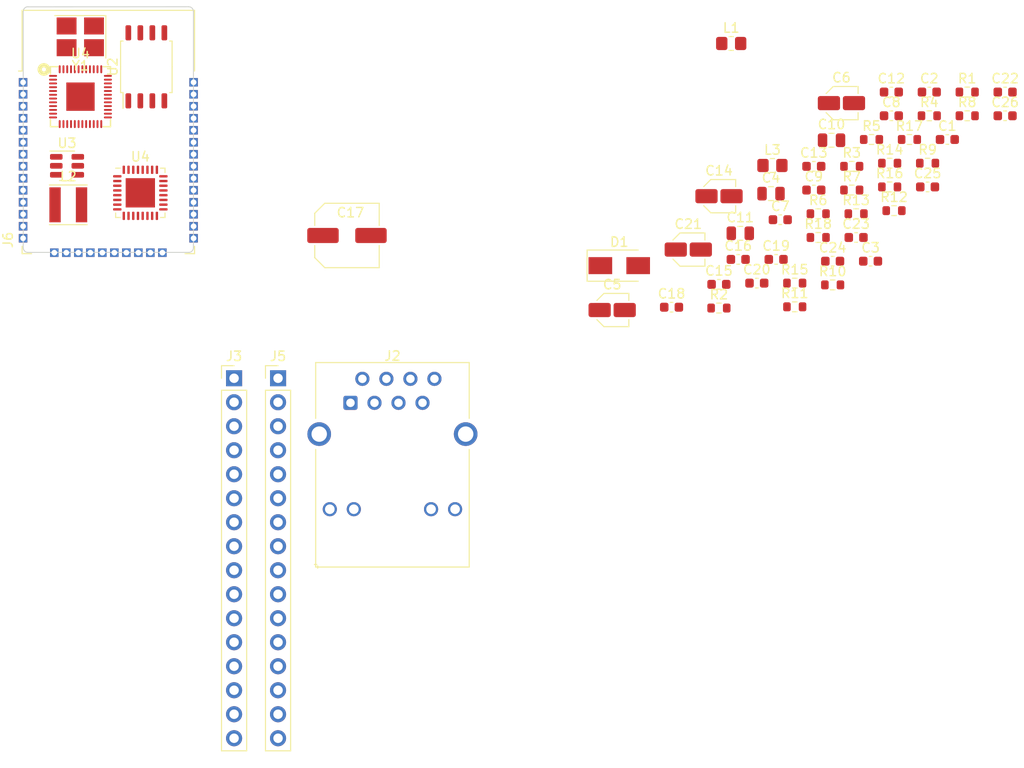
<source format=kicad_pcb>
(kicad_pcb (version 20211014) (generator pcbnew)
  (layers (0 "F.Cu" signal) (31 "B.Cu" signal) (34 "B.Paste" user) (35 "F.Paste" user) (36 "B.SilkS" user "B.Silkscreen") (37 "F.SilkS" user "F.Silkscreen") (38 "B.Mask" user) (39 "F.Mask" user) (44 "Edge.Cuts" user))
  (net 0 "")
  (net 1 "/MDI0_CT")
  (net 2 "/3V3")
  (net 3 "GND")
  (net 5 "/EN")
  (net 6 "/ETH_MDC")
  (net 8 "/S_VP")
  (net 9 "/S_VN")
  (net 10 "/IO34")
  (net 11 "/CAP1")
  (net 12 "/SDD3")
  (net 13 "/ETH_TXD1")
  (net 14 "/IO35")
  (net 15 "/IO32")
  (net 16 "/ETH_CRS_DV")
  (net 17 "/ETH_RXD1")
  (net 18 "/ETH_RXD0")
  (net 19 "+3V3")
  (net 20 "/IO33")
  (net 21 "/XTAL_P")
  (net 22 "/U0RXD")
  (net 23 "/XTAL_N")
  (net 24 "/SDD0")
  (net 25 "/VDD3P3")
  (net 27 "Net-(C15-Pad2)")
  (net 28 "/ETH_TXEN")
  (net 29 "/SDD1")
  (net 30 "Net-(R4-Pad2)")
  (net 31 "/ETH_TXD0")
  (net 32 "/ETH_MDIO")
  (net 33 "/SDD2")
  (net 34 "/SDCK")
  (net 35 "/BOOT")
  (net 36 "/ETH_CLK")
  (net 37 "/IO14")
  (net 38 "/VDD_SDIO")
  (net 39 "/IO12")
  (net 40 "/SDCS")
  (net 41 "/IO13")
  (net 42 "/ETH_CT1")
  (net 43 "/ETH_CT0")
  (net 44 "VDD")
  (net 45 "Net-(C20-Pad1)")
  (net 46 "Net-(C20-Pad2)")
  (net 47 "/AVDD10")
  (net 48 "/DVDD10")
  (net 49 "/U0TXD")
  (net 50 "Net-(R6-Pad2)")
  (net 51 "/RSET")
  (net 52 "/RXDV")
  (net 53 "/ETH_RST")
  (net 54 "/RTL_LED1")
  (net 55 "/RTL_LED0")
  (net 56 "/MDI0_P")
  (net 57 "/MDI0_N")
  (net 58 "/ETH_LED0")
  (net 59 "/ETH_LED1")
  (net 60 "/MDI1_P")
  (net 61 "/MDI1_N")
  (net 62 "/IO15")
  (net 63 "/IO2")
  (net 64 "/IO4")
  (net 65 "/IO16")
  (net 66 "/IO5")
  (net 67 "/VIN")
  (net 87 "/POE_V1P")
  (net 88 "/POE_V1N")
  (net 89 "/POE_V2P")
  (net 90 "/POE_V2N")
  (net 91 "/ETH_MDI0_P")
  (net 92 "/ETH_MDI0_N")
  (net 93 "/ETH_MDI1_P")
  (net 94 "/ETH_MDI1_N")
  (net 95 "/~{RESET}")
  (net 99 "/SD_DAT2")
  (net 100 "/SD_DAT3")
  (net 101 "/SD_CMD")
  (net 102 "/SD_CLK")
  (net 103 "/SD_DAT0")
  (net 104 "/SD_DAT1")
  (footprint "Resistor_SMD:R_0603_1608Metric" (layer "F.Cu") (at 111.64 33.06)
    (fp_text reference "R14" (at 0 -1.43) (layer "F.SilkS"))
    (fp_text value "49.9R 1%")
    (pad "1" smd roundrect (at -0.825 0) (size 0.8 0.95) (layers "F.Cu" "F.Paste" "F.Mask") (net 1 "/MDI0_CT"))
    (pad "2" smd roundrect (at 0.825 0) (size 0.8 0.95) (layers "F.Cu" "F.Paste" "F.Mask") (net 57 "/MDI0_N"))
  )
  (footprint "Capacitor_SMD:C_Elec_6.3x5.4" (layer "F.Cu") (at 54.24 40.71)
    (fp_text reference "C17" (at 0.37 -2.425) (layer "F.SilkS"))
    (fp_text value "22u")
    (pad "1" smd roundrect (at -2.5375 0) (size 3.325 1.6) (layers "F.Cu" "F.Paste" "F.Mask") (roundrect_rratio 0.15625) (net 44 "VDD"))
    (pad "2" smd roundrect (at 2.5375 0) (size 3.325 1.6) (layers "F.Cu" "F.Paste" "F.Mask") (roundrect_rratio 0.15625) (net 3 "GND"))
  )
  (footprint "Capacitor_SMD:C_0603_1608Metric" (layer "F.Cu") (at 115.83 25.53)
    (fp_text reference "C2" (at 0 -1.43) (layer "F.SilkS"))
    (fp_text value "100n")
    (pad "1" smd roundrect (at -0.775 0) (size 0.9 0.95) (layers "F.Cu" "F.Paste" "F.Mask") (net 3 "GND"))
    (pad "2" smd roundrect (at 0.775 0) (size 0.9 0.95) (layers "F.Cu" "F.Paste" "F.Mask") (net 19 "+3V3"))
  )
  (footprint "Inductor_SMD:L_Taiyo-Yuden_NR-40xx" (layer "F.Cu") (at 24.765 37.465)
    (fp_text reference "L2" (at 0 -3) (layer "F.SilkS"))
    (fp_text value "10uH 1A")
    (pad "1" smd rect (at -1.4 0) (size 1.2 3.7) (layers "F.Cu" "F.Paste" "F.Mask") (net 46 "Net-(C20-Pad2)"))
    (pad "2" smd rect (at 1.4 0) (size 1.2 3.7) (layers "F.Cu" "F.Paste" "F.Mask") (net 19 "+3V3"))
  )
  (footprint "Resistor_SMD:R_0603_1608Metric" (layer "F.Cu") (at 119.84 28.04)
    (fp_text reference "R8" (at 0 -1.43) (layer "F.SilkS"))
    (fp_text value "2.49k 1%")
    (pad "1" smd roundrect (at -0.825 0) (size 0.8 0.95) (layers "F.Cu" "F.Paste" "F.Mask") (net 3 "GND"))
    (pad "2" smd roundrect (at 0.825 0) (size 0.8 0.95) (layers "F.Cu" "F.Paste" "F.Mask") (net 51 "/RSET"))
  )
  (footprint "Resistor_SMD:R_0603_1608Metric" (layer "F.Cu") (at 113.73 30.55)
    (fp_text reference "R17" (at 0 -1.43) (layer "F.SilkS"))
    (fp_text value "49.9R 1%")
    (pad "1" smd roundrect (at -0.825 0) (size 0.8 0.95) (layers "F.Cu" "F.Paste" "F.Mask") (net 1 "/MDI0_CT"))
    (pad "2" smd roundrect (at 0.825 0) (size 0.8 0.95) (layers "F.Cu" "F.Paste" "F.Mask") (net 60 "/MDI1_P"))
  )
  (footprint "Capacitor_SMD:C_Elec_3x5.4" (layer "F.Cu") (at 106.54 26.7)
    (fp_text reference "C6" (at 0 -2.7) (layer "F.SilkS"))
    (fp_text value "10u")
    (pad "1" smd roundrect (at -1.325 0) (size 2.35 1.5) (layers "F.Cu" "F.Paste" "F.Mask") (roundrect_rratio 0.166667) (net 3 "GND"))
    (pad "2" smd roundrect (at 1.325 0) (size 2.35 1.5) (layers "F.Cu" "F.Paste" "F.Mask") (roundrect_rratio 0.166667) (net 19 "+3V3"))
  )
  (footprint "Capacitor_SMD:C_0603_1608Metric" (layer "F.Cu") (at 123.85 25.53)
    (fp_text reference "C22" (at 0 -1.43) (layer "F.SilkS"))
    (fp_text value "100n")
    (pad "1" smd roundrect (at -0.775 0) (size 0.9 0.95) (layers "F.Cu" "F.Paste" "F.Mask") (net 47 "/AVDD10"))
    (pad "2" smd roundrect (at 0.775 0) (size 0.9 0.95) (layers "F.Cu" "F.Paste" "F.Mask") (net 3 "GND"))
  )
  (footprint "Capacitor_SMD:C_0603_1608Metric" (layer "F.Cu") (at 100.07 39.04)
    (fp_text reference "C7" (at 0 -1.43) (layer "F.SilkS"))
    (fp_text value "100n")
    (pad "1" smd roundrect (at -0.775 0) (size 0.9 0.95) (layers "F.Cu" "F.Paste" "F.Mask") (net 3 "GND"))
    (pad "2" smd roundrect (at 0.775 0) (size 0.9 0.95) (layers "F.Cu" "F.Paste" "F.Mask") (net 19 "+3V3"))
  )
  (footprint "Capacitor_SMD:C_0603_1608Metric" (layer "F.Cu") (at 109.62 43.43)
    (fp_text reference "C3" (at 0 -1.43) (layer "F.SilkS"))
    (fp_text value "100n")
    (pad "1" smd roundrect (at -0.775 0) (size 0.9 0.95) (layers "F.Cu" "F.Paste" "F.Mask") (net 3 "GND"))
    (pad "2" smd roundrect (at 0.775 0) (size 0.9 0.95) (layers "F.Cu" "F.Paste" "F.Mask") (net 43 "/ETH_CT0"))
  )
  (footprint "Resistor_SMD:R_0603_1608Metric" (layer "F.Cu") (at 93.58 48.39)
    (fp_text reference "R2" (at 0 -1.43) (layer "F.SilkS"))
    (fp_text value "2k")
    (pad "1" smd roundrect (at -0.825 0) (size 0.8 0.95) (layers "F.Cu" "F.Paste" "F.Mask") (net 3 "GND"))
    (pad "2" smd roundrect (at 0.825 0) (size 0.8 0.95) (layers "F.Cu" "F.Paste" "F.Mask") (net 38 "/VDD_SDIO"))
  )
  (footprint "Capacitor_SMD:C_0805_2012Metric" (layer "F.Cu") (at 105.49 30.63)
    (fp_text reference "C10" (at 0 -1.68) (layer "F.SilkS"))
    (fp_text value "1u")
    (pad "1" smd roundrect (at -0.95 0) (size 1 1.45) (layers "F.Cu" "F.Paste" "F.Mask") (net 3 "GND"))
    (pad "2" smd roundrect (at 0.95 0) (size 1 1.45) (layers "F.Cu" "F.Paste" "F.Mask") (net 5 "/EN"))
  )
  (footprint "Resistor_SMD:R_0603_1608Metric" (layer "F.Cu") (at 101.6 48.26)
    (fp_text reference "R11" (at 0 -1.43) (layer "F.SilkS"))
    (fp_text value "10k")
    (pad "1" smd roundrect (at -0.825 0) (size 0.8 0.95) (layers "F.Cu" "F.Paste" "F.Mask") (net 54 "/RTL_LED1"))
    (pad "2" smd roundrect (at 0.825 0) (size 0.8 0.95) (layers "F.Cu" "F.Paste" "F.Mask") (net 3 "GND"))
  )
  (footprint "Resistor_SMD:R_0603_1608Metric" (layer "F.Cu") (at 105.61 45.94)
    (fp_text reference "R10" (at 0 -1.43) (layer "F.SilkS"))
    (fp_text value "10k")
    (pad "1" smd roundrect (at -0.825 0) (size 0.8 0.95) (layers "F.Cu" "F.Paste" "F.Mask") (net 44 "VDD"))
    (pad "2" smd roundrect (at 0.825 0) (size 0.8 0.95) (layers "F.Cu" "F.Paste" "F.Mask") (net 53 "/ETH_RST"))
  )
  (footprint "Resistor_SMD:R_0603_1608Metric" (layer "F.Cu") (at 107.63 35.9)
    (fp_text reference "R7" (at 0 -1.43) (layer "F.SilkS"))
    (fp_text value "10k 1%")
    (pad "1" smd roundrect (at -0.825 0) (size 0.8 0.95) (layers "F.Cu" "F.Paste" "F.Mask") (net 50 "Net-(R6-Pad2)"))
    (pad "2" smd roundrect (at 0.825 0) (size 0.8 0.95) (layers "F.Cu" "F.Paste" "F.Mask") (net 3 "GND"))
  )
  (footprint "Connector_PinHeader_2.54mm:PinHeader_1x16_P2.54mm_Vertical" (layer "F.Cu") (at 42.3 55.82)
    (fp_text reference "J3" (at 0 -2.33) (layer "F.SilkS"))
    (fp_text value "Conn_Left")
    (pad "1" thru_hole rect (at 0 0) (size 1.7 1.7) (drill 1) (layers *.Cu *.Mask) (net 3 "GND"))
    (pad "2" thru_hole oval (at 0 2.54) (size 1.7 1.7) (drill 1) (layers *.Cu *.Mask) (net 67 "/VIN"))
    (pad "3" thru_hole oval (at 0 5.08) (size 1.7 1.7) (drill 1) (layers *.Cu *.Mask) (net 87 "/POE_V1P"))
    (pad "4" thru_hole oval (at 0 7.62) (size 1.7 1.7) (drill 1) (layers *.Cu *.Mask) (net 88 "/POE_V1N"))
    (pad "5" thru_hole oval (at 0 10.16) (size 1.7 1.7) (drill 1) (layers *.Cu *.Mask) (net 89 "/POE_V2P"))
    (pad "6" thru_hole oval (at 0 12.7) (size 1.7 1.7) (drill 1) (layers *.Cu *.Mask) (net 90 "/POE_V2N"))
    (pad "7" thru_hole oval (at 0 15.24) (size 1.7 1.7) (drill 1) (layers *.Cu *.Mask) (net 3 "GND"))
    (pad "8" thru_hole oval (at 0 17.78) (size 1.7 1.7) (drill 1) (layers *.Cu *.Mask) (net 91 "/ETH_MDI0_P"))
    (pad "9" thru_hole oval (at 0 20.32) (size 1.7 1.7) (drill 1) (layers *.Cu *.Mask) (net 43 "/ETH_CT0"))
    (pad "10" thru_hole oval (at 0 22.86) (size 1.7 1.7) (drill 1) (layers *.Cu *.Mask) (net 92 "/ETH_MDI0_N"))
    (pad "11" thru_hole oval (at 0 25.4) (size 1.7 1.7) (drill 1) (layers *.Cu *.Mask) (net 93 "/ETH_MDI1_P"))
    (pad "12" thru_hole oval (at 0 27.94) (size 1.7 1.7) (drill 1) (layers *.Cu *.Mask) (net 42 "/ETH_CT1"))
    (pad "13" thru_hole oval (at 0 30.48) (size 1.7 1.7) (drill 1) (layers *.Cu *.Mask) (net 94 "/ETH_MDI1_N"))
    (pad "14" thru_hole oval (at 0 33.02) (size 1.7 1.7) (drill 1) (layers *.Cu *.Mask) (net 3 "GND"))
    (pad "15" thru_hole oval (at 0 35.56) (size 1.7 1.7) (drill 1) (layers *.Cu *.Mask) (net 58 "/ETH_LED0"))
    (pad "16" thru_hole oval (at 0 38.1) (size 1.7 1.7) (drill 1) (layers *.Cu *.Mask) (net 59 "/ETH_LED1"))
  )
  (footprint "Capacitor_SMD:C_0603_1608Metric" (layer "F.Cu") (at 103.62 33.39)
    (fp_text reference "C13" (at 0 -1.43) (layer "F.SilkS"))
    (fp_text value "22p")
    (pad "1" smd roundrect (at -0.775 0) (size 0.9 0.95) (layers "F.Cu" "F.Paste" "F.Mask") (net 21 "/XTAL_P"))
    (pad "2" smd roundrect (at 0.775 0) (size 0.9 0.95) (layers "F.Cu" "F.Paste" "F.Mask") (net 3 "GND"))
  )
  (footprint "Resistor_SMD:R_0603_1608Metric" (layer "F.Cu") (at 108.09 38.41)
    (fp_text reference "R13" (at 0 -1.43) (layer "F.SilkS"))
    (fp_text value "50R 1%")
    (pad "1" smd roundrect (at -0.825 0) (size 0.8 0.95) (layers "F.Cu" "F.Paste" "F.Mask") (net 1 "/MDI0_CT"))
    (pad "2" smd roundrect (at 0.825 0) (size 0.8 0.95) (layers "F.Cu" "F.Paste" "F.Mask") (net 56 "/MDI0_P"))
  )
  (footprint "Diode_SMD:D_SMA" (layer "F.Cu") (at 83.04 43.9)
    (fp_text reference "D1" (at 0 -2.5) (layer "F.SilkS"))
    (fp_text value "FM240W")
    (pad "1" smd rect (at -2 0) (size 2.5 1.8) (layers "F.Cu" "F.Paste" "F.Mask") (net 46 "Net-(C20-Pad2)"))
    (pad "2" smd rect (at 2 0) (size 2.5 1.8) (layers "F.Cu" "F.Paste" "F.Mask") (net 3 "GND"))
  )
  (footprint "Package_SO:SOIC-8_5.23x5.23mm_P1.27mm" (layer "F.Cu") (at 33.02 22.86 90)
    (fp_text reference "U2" (at 0 -3.56 90) (layer "F.SilkS"))
    (fp_text value "W25Q32")
    (pad "1" smd roundrect (at -3.6 -1.905 90) (size 1.6 0.6) (layers "F.Cu" "F.Paste" "F.Mask") (net 40 "/SDCS"))
    (pad "2" smd roundrect (at -3.6 -0.635 90) (size 1.6 0.6) (layers "F.Cu" "F.Paste" "F.Mask") (net 29 "/SDD1"))
    (pad "3" smd roundrect (at -3.6 0.635 90) (size 1.6 0.6) (layers "F.Cu" "F.Paste" "F.Mask") (net 33 "/SDD2"))
    (pad "4" smd roundrect (at -3.6 1.905 90) (size 1.6 0.6) (layers "F.Cu" "F.Paste" "F.Mask") (net 3 "GND"))
    (pad "5" smd roundrect (at 3.6 1.905 90) (size 1.6 0.6) (layers "F.Cu" "F.Paste" "F.Mask") (net 24 "/SDD0"))
    (pad "6" smd roundrect (at 3.6 0.635 90) (size 1.6 0.6) (layers "F.Cu" "F.Paste" "F.Mask") (net 34 "/SDCK"))
    (pad "7" smd roundrect (at 3.6 -0.635 90) (size 1.6 0.6) (layers "F.Cu" "F.Paste" "F.Mask") (net 12 "/SDD3"))
    (pad "8" smd roundrect (at 3.6 -1.905 90) (size 1.6 0.6) (layers "F.Cu" "F.Paste" "F.Mask") (net 19 "+3V3"))
  )
  (footprint "Resistor_SMD:R_0603_1608Metric" (layer "F.Cu") (at 104.08 40.92)
    (fp_text reference "R18" (at 0 -1.43) (layer "F.SilkS"))
    (fp_text value "49.9R 1%")
    (pad "1" smd roundrect (at -0.825 0) (size 0.8 0.95) (layers "F.Cu" "F.Paste" "F.Mask") (net 1 "/MDI0_CT"))
    (pad "2" smd roundrect (at 0.825 0) (size 0.8 0.95) (layers "F.Cu" "F.Paste" "F.Mask") (net 61 "/MDI1_N"))
  )
  (footprint "Capacitor_SMD:C_0603_1608Metric" (layer "F.Cu") (at 111.82 28.04)
    (fp_text reference "C8" (at 0 -1.43) (layer "F.SilkS"))
    (fp_text value "100n")
    (pad "1" smd roundrect (at -0.775 0) (size 0.9 0.95) (layers "F.Cu" "F.Paste" "F.Mask") (net 3 "GND"))
    (pad "2" smd roundrect (at 0.775 0) (size 0.9 0.95) (layers "F.Cu" "F.Paste" "F.Mask") (net 19 "+3V3"))
  )
  (footprint "Capacitor_SMD:C_0603_1608Metric" (layer "F.Cu") (at 105.61 43.43)
    (fp_text reference "C24" (at 0 -1.43) (layer "F.SilkS"))
    (fp_text value "100n")
    (pad "1" smd roundrect (at -0.775 0) (size 0.9 0.95) (layers "F.Cu" "F.Paste" "F.Mask") (net 1 "/MDI0_CT"))
    (pad "2" smd roundrect (at 0.775 0) (size 0.9 0.95) (layers "F.Cu" "F.Paste" "F.Mask") (net 3 "GND"))
  )
  (footprint "Resistor_SMD:R_0603_1608Metric" (layer "F.Cu") (at 107.63 33.39)
    (fp_text reference "R3" (at 0 -1.43) (layer "F.SilkS"))
    (fp_text value "20K")
    (pad "1" smd roundrect (at -0.825 0) (size 0.8 0.95) (layers "F.Cu" "F.Paste" "F.Mask") (net 3 "GND"))
    (pad "2" smd roundrect (at 0.825 0) (size 0.8 0.95) (layers "F.Cu" "F.Paste" "F.Mask") (net 27 "Net-(C15-Pad2)"))
  )
  (footprint "Resistor_SMD:R_0603_1608Metric" (layer "F.Cu") (at 112.1 38.08)
    (fp_text reference "R12" (at 0 -1.43) (layer "F.SilkS"))
    (fp_text value "10k")
    (pad "1" smd roundrect (at -0.825 0) (size 0.8 0.95) (layers "F.Cu" "F.Paste" "F.Mask") (net 55 "/RTL_LED0"))
    (pad "2" smd roundrect (at 0.825 0) (size 0.8 0.95) (layers "F.Cu" "F.Paste" "F.Mask") (net 3 "GND"))
  )
  (footprint "Package_DFN_QFN:QFN-32-1EP_5x5mm_P0.5mm_EP3.1x3.1mm" (layer "F.Cu") (at 32.385 36.195)
    (fp_text reference "U4" (at 0 -3.82) (layer "F.SilkS"))
    (fp_text value "RTL8201F")
    (pad "1" smd roundrect (at -2.4375 -1.75) (size 0.875 0.25) (layers "F.Cu" "F.Paste" "F.Mask") (net 51 "/RSET"))
    (pad "2" smd roundrect (at -2.4375 -1.25) (size 0.875 0.25) (layers "F.Cu" "F.Paste" "F.Mask") (net 47 "/AVDD10"))
    (pad "3" smd roundrect (at -2.4375 -0.75) (size 0.875 0.25) (layers "F.Cu" "F.Paste" "F.Mask") (net 56 "/MDI0_P"))
    (pad "4" smd roundrect (at -2.4375 -0.25) (size 0.875 0.25) (layers "F.Cu" "F.Paste" "F.Mask") (net 57 "/MDI0_N"))
    (pad "5" smd roundrect (at -2.4375 0.25) (size 0.875 0.25) (layers "F.Cu" "F.Paste" "F.Mask") (net 60 "/MDI1_P"))
    (pad "6" smd roundrect (at -2.4375 0.75) (size 0.875 0.25) (layers "F.Cu" "F.Paste" "F.Mask") (net 61 "/MDI1_N"))
    (pad "7" smd roundrect (at -2.4375 1.25) (size 0.875 0.25) (layers "F.Cu" "F.Paste" "F.Mask") (net 1 "/MDI0_CT"))
    (pad "8" smd roundrect (at -2.4375 1.75) (size 0.875 0.25) (layers "F.Cu" "F.Paste" "F.Mask") (net 52 "/RXDV"))
    (pad "9" smd roundrect (at -1.75 2.4375) (size 0.25 0.875) (layers "F.Cu" "F.Paste" "F.Mask") (net 18 "/ETH_RXD0"))
    (pad "10" smd roundrect (at -1.25 2.4375) (size 0.25 0.875) (layers "F.Cu" "F.Paste" "F.Mask") (net 17 "/ETH_RXD1"))
    (pad "11" smd roundrect (at -0.75 2.4375) (size 0.25 0.875) (layers "F.Cu" "F.Paste" "F.Mask"))
    (pad "12" smd roundrect (at -0.25 2.4375) (size 0.25 0.875) (layers "F.Cu" "F.Paste" "F.Mask"))
    (pad "13" smd roundrect (at 0.25 2.4375) (size 0.25 0.875) (layers "F.Cu" "F.Paste" "F.Mask"))
    (pad "14" smd roundrect (at 0.75 2.4375) (size 0.25 0.875) (layers "F.Cu" "F.Paste" "F.Mask") (net 1 "/MDI0_CT"))
    (pad "15" smd roundrect (at 1.25 2.4375) (size 0.25 0.875) (layers "F.Cu" "F.Paste" "F.Mask"))
    (pad "16" smd roundrect (at 1.75 2.4375) (size 0.25 0.875) (layers "F.Cu" "F.Paste" "F.Mask") (net 31 "/ETH_TXD0"))
    (pad "17" smd roundrect (at 2.4375 1.75) (size 0.875 0.25) (layers "F.Cu" "F.Paste" "F.Mask") (net 13 "/ETH_TXD1"))
    (pad "18" smd roundrect (at 2.4375 1.25) (size 0.875 0.25) (layers "F.Cu" "F.Paste" "F.Mask"))
    (pad "19" smd roundrect (at 2.4375 0.75) (size 0.875 0.25) (layers "F.Cu" "F.Paste" "F.Mask"))
    (pad "20" smd roundrect (at 2.4375 0.25) (size 0.875 0.25) (layers "F.Cu" "F.Paste" "F.Mask") (net 28 "/ETH_TXEN"))
    (pad "21" smd roundrect (at 2.4375 -0.25) (size 0.875 0.25) (layers "F.Cu" "F.Paste" "F.Mask") (net 53 "/ETH_RST"))
    (pad "22" smd roundrect (at 2.4375 -0.75) (size 0.875 0.25) (layers "F.Cu" "F.Paste" "F.Mask") (net 6 "/ETH_MDC"))
    (pad "23" smd roundrect (at 2.4375 -1.25) (size 0.875 0.25) (layers "F.Cu" "F.Paste" "F.Mask") (net 32 "/ETH_MDIO"))
    (pad "24" smd roundrect (at 2.4375 -1.75) (size 0.875 0.25) (layers "F.Cu" "F.Paste" "F.Mask") (net 55 "/RTL_LED0"))
    (pad "25" smd roundrect (at 1.75 -2.4375) (size 0.25 0.875) (layers "F.Cu" "F.Paste" "F.Mask") (net 54 "/RTL_LED1"))
    (pad "26" smd roundrect (at 1.25 -2.4375) (size 0.25 0.875) (layers "F.Cu" "F.Paste" "F.Mask") (net 16 "/ETH_CRS_DV"))
    (pad "27" smd roundrect (at 0.75 -2.4375) (size 0.25 0.875) (layers "F.Cu" "F.Paste" "F.Mask"))
    (pad "28" smd roundrect (at 0.25 -2.4375) (size 0.25 0.875) (layers "F.Cu" "F.Paste" "F.Mask"))
    (pad "29" smd roundrect (at -0.25 -2.4375) (size 0.25 0.875) (layers "F.Cu" "F.Paste" "F.Mask") (net 48 "/DVDD10"))
    (pad "30" smd roundrect (at -0.75 -2.4375) (size 0.25 0.875) (layers "F.Cu" "F.Paste" "F.Mask") (net 1 "/MDI0_CT"))
    (pad "31" smd roundrect (at -1.25 -2.4375) (size 0.25 0.875) (layers "F.Cu" "F.Paste" "F.Mask") (net 3 "GND"))
    (pad "32" smd roundrect (at -1.75 -2.4375) (size 0.25 0.875) (layers "F.Cu" "F.Paste" "F.Mask") (net 36 "/ETH_CLK"))
    (pad "33" smd rect (at 0 0) (size 3.1 3.1) (layers "F.Cu" "F.Mask") (net 3 "GND"))
  )
  (footprint "Connector_RJ:RJ45_Hanrun_HR911105A" (layer "F.Cu") (at 54.61 58.42)
    (fp_text reference "J2" (at 4.45 -4.96) (layer "F.SilkS"))
    (fp_text value "HR911105A")
    (pad "" np_thru_hole circle (at -1.275 6.36) (size 3.25 3.25) (drill 3.25) (layers *.Cu *.Mask))
    (pad "" np_thru_hole circle (at 10.155 6.36) (size 3.25 3.25) (drill 3.25) (layers *.Cu *.Mask))
    (pad "1" thru_hole roundrect (at 0 0) (size 1.5 1.5) (drill 0.9) (layers *.Cu *.Mask) (roundrect_rratio 0.167))
    (pad "2" thru_hole circle (at 1.26 -2.54) (size 1.5 1.5) (drill 0.9) (layers *.Cu *.Mask))
    (pad "3" thru_hole circle (at 2.54 0) (size 1.5 1.5) (drill 0.9) (layers *.Cu *.Mask))
    (pad "4" thru_hole circle (at 3.8 -2.54) (size 1.5 1.5) (drill 0.9) (layers *.Cu *.Mask))
    (pad "5" thru_hole circle (at 5.08 0) (size 1.5 1.5) (drill 0.9) (layers *.Cu *.Mask))
    (pad "6" thru_hole circle (at 6.34 -2.54 90) (size 1.5 1.5) (drill 0.9) (layers *.Cu *.Mask))
    (pad "7" thru_hole circle (at 7.62 0) (size 1.5 1.5) (drill 0.9) (layers *.Cu *.Mask))
    (pad "8" thru_hole circle (at 8.88 -2.54) (size 1.5 1.5) (drill 0.9) (layers *.Cu *.Mask))
    (pad "9" thru_hole circle (at -2.185 11.26) (size 1.5 1.5) (drill 1.02) (layers *.Cu *.Mask))
    (pad "10" thru_hole circle (at 0.355 11.26) (size 1.5 1.5) (drill 1.02) (layers *.Cu *.Mask))
    (pad "11" thru_hole circle (at 8.525 11.26) (size 1.5 1.5) (drill 1.02) (layers *.Cu *.Mask))
    (pad "12" thru_hole circle (at 11.065 11.26) (size 1.5 1.5) (drill 1.02) (layers *.Cu *.Mask))
    (pad "SH" thru_hole circle (at 12.185 3.31) (size 2.5 2.5) (drill 1.63) (layers *.Cu *.Mask))
    (pad "SH" thru_hole circle (at -3.305 3.31) (size 2.5 2.5) (drill 1.63) (layers *.Cu *.Mask))
  )
  (footprint "Resistor_SMD:R_0603_1608Metric" (layer "F.Cu") (at 109.72 30.55)
    (fp_text reference "R5" (at 0 -1.43) (layer "F.SilkS"))
    (fp_text value "10K")
    (pad "1" smd roundrect (at -0.825 0) (size 0.8 0.95) (layers "F.Cu" "F.Paste" "F.Mask") (net 39 "/IO12"))
    (pad "2" smd roundrect (at 0.825 0) (size 0.8 0.95) (layers "F.Cu" "F.Paste" "F.Mask") (net 19 "+3V3"))
  )
  (footprint "Capacitor_SMD:C_0603_1608Metric" (layer "F.Cu") (at 95.62 43.24)
    (fp_text reference "C16" (at 0 -1.43) (layer "F.SilkS"))
    (fp_text value "10n")
    (pad "1" smd roundrect (at -0.775 0) (size 0.9 0.95) (layers "F.Cu" "F.Paste" "F.Mask") (net 3 "GND"))
    (pad "2" smd roundrect (at 0.775 0) (size 0.9 0.95) (layers "F.Cu" "F.Paste" "F.Mask") (net 11 "/CAP1"))
  )
  (footprint "Resistor_SMD:R_0603_1608Metric" (layer "F.Cu") (at 115.83 28.04)
    (fp_text reference "R4" (at 0 -1.43) (layer "F.SilkS"))
    (fp_text value "499R")
    (pad "1" smd roundrect (at -0.825 0) (size 0.8 0.95) (layers "F.Cu" "F.Paste" "F.Mask") (net 49 "/U0TXD"))
    (pad "2" smd roundrect (at 0.825 0) (size 0.8 0.95) (layers "F.Cu" "F.Paste" "F.Mask") (net 30 "Net-(R4-Pad2)"))
  )
  (footprint "Resistor_SMD:R_0805_2012Metric_Pad1.20x1.40mm_HandSolder" (layer "F.Cu") (at 99.24 33.3)
    (fp_text reference "L3" (at 0 -1.65) (layer "F.SilkS"))
    (fp_text value "FB 600R@100MHz 1.3A")
    (pad "1" smd roundrect (at -1 0) (size 1.2 1.4) (layers "F.Cu" "F.Paste" "F.Mask") (roundrect_rratio 0.208333) (net 44 "VDD"))
    (pad "2" smd roundrect (at 1 0) (size 1.2 1.4) (layers "F.Cu" "F.Paste" "F.Mask") (roundrect_rratio 0.208333) (net 1 "/MDI0_CT"))
  )
  (footprint "Capacitor_SMD:C_0603_1608Metric" (layer "F.Cu") (at 123.85 28.04)
    (fp_text reference "C26" (at 0 -1.43) (layer "F.SilkS"))
    (fp_text value "100n")
    (pad "1" smd roundrect (at -0.775 0) (size 0.9 0.95) (layers "F.Cu" "F.Paste" "F.Mask") (net 1 "/MDI0_CT"))
    (pad "2" smd roundrect (at 0.775 0) (size 0.9 0.95) (layers "F.Cu" "F.Paste" "F.Mask") (net 3 "GND"))
  )
  (footprint "Capacitor_SMD:C_0603_1608Metric" (layer "F.Cu") (at 111.82 25.53)
    (fp_text reference "C12" (at 0 -1.43) (layer "F.SilkS"))
    (fp_text value "22p")
    (pad "1" smd roundrect (at -0.775 0) (size 0.9 0.95) (layers "F.Cu" "F.Paste" "F.Mask") (net 23 "/XTAL_N"))
    (pad "2" smd roundrect (at 0.775 0) (size 0.9 0.95) (layers "F.Cu" "F.Paste" "F.Mask") (net 3 "GND"))
  )
  (footprint "Capacitor_SMD:C_0805_2012Metric" (layer "F.Cu") (at 99.09 36.28)
    (fp_text reference "C4" (at 0 -1.68) (layer "F.SilkS"))
    (fp_text value "1u")
    (pad "1" smd roundrect (at -0.95 0) (size 1 1.45) (layers "F.Cu" "F.Paste" "F.Mask") (net 3 "GND"))
    (pad "2" smd roundrect (at 0.95 0) (size 1 1.45) (layers "F.Cu" "F.Paste" "F.Mask") (net 19 "+3V3"))
  )
  (footprint "Capacitor_SMD:C_Elec_3x5.4" (layer "F.Cu") (at 82.29 48.6)
    (fp_text reference "C5" (at 0 -2.7) (layer "F.SilkS"))
    (fp_text value "10u")
    (pad "1" smd roundrect (at -1.325 0) (size 2.35 1.5) (layers "F.Cu" "F.Paste" "F.Mask") (roundrect_rratio 0.166667) (net 3 "GND"))
    (pad "2" smd roundrect (at 1.325 0) (size 2.35 1.5) (layers "F.Cu" "F.Paste" "F.Mask") (roundrect_rratio 0.166667) (net 19 "+3V3"))
  )
  (footprint "Capacitor_SMD:C_0603_1608Metric" (layer "F.Cu") (at 117.74 30.55)
    (fp_text reference "C1" (at 0 -1.43) (layer "F.SilkS"))
    (fp_text value "100n")
    (pad "1" smd roundrect (at -0.775 0) (size 0.9 0.95) (layers "F.Cu" "F.Paste" "F.Mask") (net 3 "GND"))
    (pad "2" smd roundrect (at 0.775 0) (size 0.9 0.95) (layers "F.Cu" "F.Paste" "F.Mask") (net 42 "/ETH_CT1"))
  )
  (footprint "Resistor_SMD:R_0603_1608Metric" (layer "F.Cu") (at 104.08 38.41)
    (fp_text reference "R6" (at 0 -1.43) (layer "F.SilkS"))
    (fp_text value "33k 1%")
    (pad "1" smd roundrect (at -0.825 0) (size 0.8 0.95) (layers "F.Cu" "F.Paste" "F.Mask") (net 19 "+3V3"))
    (pad "2" smd roundrect (at 0.825 0) (size 0.8 0.95) (layers "F.Cu" "F.Paste" "F.Mask") (net 50 "Net-(R6-Pad2)"))
  )
  (footprint "Capacitor_SMD:C_0603_1608Metric" (layer "F.Cu") (at 93.58 45.88)
    (fp_text reference "C15" (at 0 -1.43) (layer "F.SilkS"))
    (fp_text value "3.3n")
    (pad "1" smd roundrect (at -0.775 0) (size 0.9 0.95) (layers "F.Cu" "F.Paste" "F.Mask") (net 3 "GND"))
    (pad "2" smd roundrect (at 0.775 0) (size 0.9 0.95) (layers "F.Cu" "F.Paste" "F.Mask") (net 27 "Net-(C15-Pad2)"))
  )
  (footprint "Capacitor_SMD:C_0603_1608Metric" (layer "F.Cu") (at 115.65 35.57)
    (fp_text reference "C25" (at 0 -1.43) (layer "F.SilkS"))
    (fp_text value "100n")
    (pad "1" smd roundrect (at -0.775 0) (size 0.9 0.95) (layers "F.Cu" "F.Paste" "F.Mask") (net 1 "/MDI0_CT"))
    (pad "2" smd roundrect (at 0.775 0) (size 0.9 0.95) (layers "F.Cu" "F.Paste" "F.Mask") (net 3 "GND"))
  )
  (footprint "Connector_PinHeader_2.54mm:PinHeader_1x16_P2.54mm_Vertical" (layer "F.Cu") (at 46.95 55.82)
    (fp_text reference "J5" (at 0 -2.33) (layer "F.SilkS"))
    (fp_text value "Conn_Right")
    (pad "1" thru_hole rect (at 0 0) (size 1.7 1.7) (drill 1) (layers *.Cu *.Mask) (net 2 "/3V3"))
    (pad "2" thru_hole oval (at 0 2.54) (size 1.7 1.7) (drill 1) (layers *.Cu *.Mask) (net 62 "/IO15"))
    (pad "3" thru_hole oval (at 0 5.08) (size 1.7 1.7) (drill 1) (layers *.Cu *.Mask) (net 37 "/IO14"))
    (pad "4" thru_hole oval (at 0 7.62) (size 1.7 1.7) (drill 1) (layers *.Cu *.Mask) (net 41 "/IO13"))
    (pad "5" thru_hole oval (at 0 10.16) (size 1.7 1.7) (drill 1) (layers *.Cu *.Mask) (net 39 "/IO12"))
    (pad "6" thru_hole oval (at 0 12.7) (size 1.7 1.7) (drill 1) (layers *.Cu *.Mask) (net 65 "/IO16"))
    (pad "7" thru_hole oval (at 0 15.24) (size 1.7 1.7) (drill 1) (layers *.Cu *.Mask) (net 66 "/IO5"))
    (pad "8" thru_hole oval (at 0 17.78) (size 1.7 1.7) (drill 1) (layers *.Cu *.Mask) (net 64 "/IO4"))
    (pad "9" thru_hole oval (at 0 20.32) (size 1.7 1.7) (drill 1) (layers *.Cu *.Mask) (net 63 "/IO2"))
    (pad "10" thru_hole oval (at 0 22.86) (size 1.7 1.7) (drill 1) (layers *.Cu *.Mask) (net 35 "/BOOT"))
    (pad "11" thru_hole oval (at 0 25.4) (size 1.7 1.7) (drill 1) (layers *.Cu *.Mask) (net 5 "/EN"))
    (pad "12" thru_hole oval (at 0 27.94) (size 1.7 1.7) (drill 1) (layers *.Cu *.Mask) (net 49 "/U0TXD"))
    (pad "13" thru_hole oval (at 0 30.48) (size 1.7 1.7) (drill 1) (layers *.Cu *.Mask) (net 22 "/U0RXD"))
    (pad "14" thru_hole oval (at 0 33.02) (size 1.7 1.7) (drill 1) (layers *.Cu *.Mask) (net 95 "/~{RESET}"))
    (pad "15" thru_hole oval (at 0 35.56) (size 1.7 1.7) (drill 1) (layers *.Cu *.Mask) (net 2 "/3V3"))
    (pad "16" thru_hole oval (at 0 38.1) (size 1.7 1.7) (drill 1) (layers *.Cu *.Mask) (net 3 "GND"))
  )
  (footprint "Resistor_SMD:R_0603_1608Metric" (layer "F.Cu") (at 101.6 45.75)
    (fp_text reference "R15" (at 0 -1.43) (layer "F.SilkS"))
    (fp_text value "240R")
    (pad "1" smd roundrect (at -0.825 0) (size 0.8 0.95) (layers "F.Cu" "F.Paste" "F.Mask") (net 55 "/RTL_LED0"))
    (pad "2" smd roundrect (at 0.825 0) (size 0.8 0.95) (layers "F.Cu" "F.Paste" "F.Mask") (net 58 "/ETH_LED0"))
  )
  (footprint "Resistor_SMD:R_0603_1608Metric" (layer "F.Cu") (at 119.84 25.53)
    (fp_text reference "R1" (at 0 -1.43) (layer "F.SilkS"))
    (fp_text value "10k")
    (pad "1" smd roundrect (at -0.825 0) (size 0.8 0.95) (layers "F.Cu" "F.Paste" "F.Mask") (net 5 "/EN"))
    (pad "2" smd roundrect (at 0.825 0) (size 0.8 0.95) (layers "F.Cu" "F.Paste" "F.Mask") (net 19 "+3V3"))
  )
  (footprint "Capacitor_SMD:C_0603_1608Metric" (layer "F.Cu") (at 103.62 35.9)
    (fp_text reference "C9" (at 0 -1.43) (layer "F.SilkS"))
    (fp_text value "100n")
    (pad "1" smd roundrect (at -0.775 0) (size 0.9 0.95) (layers "F.Cu" "F.Paste" "F.Mask") (net 3 "GND"))
    (pad "2" smd roundrect (at 0.775 0) (size 0.9 0.95) (layers "F.Cu" "F.Paste" "F.Mask") (net 19 "+3V3"))
  )
  (footprint "Resistor_SMD:R_0603_1608Metric" (layer "F.Cu") (at 115.65 33.06)
    (fp_text reference "R9" (at 0 -1.43) (layer "F.SilkS"))
    (fp_text value "10k")
    (pad "1" smd roundrect (at -0.825 0) (size 0.8 0.95) (layers "F.Cu" "F.Paste" "F.Mask") (net 44 "VDD"))
    (pad "2" smd roundrect (at 0.825 0) (size 0.8 0.95) (layers "F.Cu" "F.Paste" "F.Mask") (net 52 "/RXDV"))
  )
  (footprint "Package_TO_SOT_SMD:SOT-23-6" (layer "F.Cu") (at 24.6325 33.335)
    (fp_text reference "U3" (at 0 -2.4) (layer "F.SilkS"))
    (fp_text value "LV2842XLVDDCR")
    (pad "1" smd roundrect (at -1.1375 -0.95) (size 1.325 0.6) (layers "F.Cu" "F.Paste" "F.Mask") (net 45 "Net-(C20-Pad1)"))
    (pad "2" smd roundrect (at -1.1375 0) (size 1.325 0.6) (layers "F.Cu" "F.Paste" "F.Mask") (net 3 "GND"))
    (pad "3" smd roundrect (at -1.1375 0.95) (size 1.325 0.6) (layers "F.Cu" "F.Paste" "F.Mask") (net 50 "Net-(R6-Pad2)"))
    (pad "4" smd roundrect (at 1.1375 0.95) (size 1.325 0.6) (layers "F.Cu" "F.Paste" "F.Mask") (net 44 "VDD"))
    (pad "5" smd roundrect (at 1.1375 0) (size 1.325 0.6) (layers "F.Cu" "F.Paste" "F.Mask") (net 44 "VDD"))
    (pad "6" smd roundrect (at 1.1375 -0.95) (size 1.325 0.6) (layers "F.Cu" "F.Paste" "F.Mask") (net 46 "Net-(C20-Pad2)"))
  )
  (footprint "Visclib:ESP32-WROOM-32-CASTELLATED" (layer "F.Cu") (at 29 32.75)
    (fp_text reference "J6" (at -10.61 8.43 90) (layer "F.SilkS"))
    (fp_text value "ESP32-WROOM-CASTELLATED")
    (pad "1" thru_hole rect (at -9.017 -8.25) (size 0.9 0.9) (drill 0.6) (layers *.Cu *.Mask) (net 3 "GND"))
    (pad "2" thru_hole rect (at -9.017 -6.985) (size 0.9 0.9) (drill 0.6) (layers *.Cu *.Mask) (net 2 "/3V3"))
    (pad "3" thru_hole rect (at -9.017 -5.715) (size 0.9 0.9) (drill 0.6) (layers *.Cu *.Mask) (net 5 "/EN"))
    (pad "4" thru_hole rect (at -9.017 -4.445) (size 0.9 0.9) (drill 0.6) (layers *.Cu *.Mask) (net 8 "/S_VP"))
    (pad "5" thru_hole rect (at -9.017 -3.175) (size 0.9 0.9) (drill 0.6) (layers *.Cu *.Mask) (net 9 "/S_VN"))
    (pad "6" thru_hole rect (at -9.017 -1.905) (size 0.9 0.9) (drill 0.6) (layers *.Cu *.Mask) (net 10 "/IO34"))
    (pad "7" thru_hole rect (at -9.017 -0.635) (size 0.9 0.9) (drill 0.6) (layers *.Cu *.Mask) (net 14 "/IO35"))
    (pad "8" thru_hole rect (at -9.017 0.635) (size 0.9 0.9) (drill 0.6) (layers *.Cu *.Mask) (net 15 "/IO32"))
    (pad "9" thru_hole rect (at -9.017 1.905) (size 0.9 0.9) (drill 0.6) (layers *.Cu *.Mask) (net 20 "/IO33"))
    (pad "10" thru_hole rect (at -9.017 3.175) (size 0.9 0.9) (drill 0.6) (layers *.Cu *.Mask))
    (pad "11" thru_hole rect (at -9.017 4.445) (size 0.9 0.9) (drill 0.6) (layers *.Cu *.Mask))
    (pad "12" thru_hole rect (at -9.017 5.715) (size 0.9 0.9) (drill 0.6) (layers *.Cu *.Mask))
    (pad "13" thru_hole rect (at -9.017 6.985) (size 0.9 0.9) (drill 0.6) (layers *.Cu *.Mask) (net 37 "/IO14"))
    (pad "14" thru_hole rect (at -9.017 8.255) (size 0.9 0.9) (drill 0.6) (layers *.Cu *.Mask) (net 39 "/IO12"))
    (pad "15" thru_hole rect (at -5.715 9.779) (size 0.9 0.9) (drill 0.6) (layers *.Cu *.Mask) (net 3 "GND"))
    (pad "16" thru_hole rect (at -4.445 9.779) (size 0.9 0.9) (drill 0.6) (layers *.Cu *.Mask) (net 41 "/IO13"))
    (pad "17" thru_hole rect (at -3.175 9.779) (size 0.9 0.9) (drill 0.6) (layers *.Cu *.Mask) (net 99 "/SD_DAT2"))
    (pad "18" thru_hole rect (at -1.905 9.779) (size 0.9 0.9) (drill 0.6) (layers *.Cu *.Mask) (net 100 "/SD_DAT3"))
    (pad "19" thru_hole rect (at -0.635 9.779) (size 0.9 0.9) (drill 0.6) (layers *.Cu *.Mask) (net 101 "/SD_CMD"))
    (pad "20" thru_hole rect (at 0.635 9.779) (size 0.9 0.9) (drill 0.6) (layers *.Cu *.Mask) (net 102 "/SD_CLK"))
    (pad "21" thru_hole rect (at 1.905 9.779) (size 0.9 0.9) (drill 0.6) (layers *.Cu *.Mask) (net 103 "/SD_DAT0"))
    (pad "22" thru_hole rect (at 3.175 9.779) (size 0.9 0.9) (drill 0.6) (layers *.Cu *.Mask) (net 104 "/SD_DAT1"))
    (pad "23" thru_hole rect (at 4.445 9.779) (size 0.9 0.9) (drill 0.6) (layers *.Cu *.Mask) (net 62 "/IO15"))
    (pad "24" thru_hole rect (at 5.715 9.779) (size 0.9 0.9) (drill 0.6) (layers *.Cu *.Mask) (net 63 "/IO2"))
    (pad "25" thru_hole rect (at 9.017 8.255) (size 0.9 0.9) (drill 0.6) (layers *.Cu *.Mask) (net 35 "/BOOT"))
    (pad "26" thru_hole rect (at 9.017 6.985) (size 0.9 0.9) (drill 0.6) (layers *.Cu *.Mask) (net 64 "/IO4"))
    (pad "27" thru_hole rect (at 9.017 5.715) (size 0.9 0.9) (drill 0.6) (layers *.Cu *.Mask) (net 65 "/IO16"))
    (pad "28" thru_hole rect (at 9.017 4.445) (size 0.9 0.9) (drill 0.6) (layers *.Cu *.Mask))
    (pad "29" thru_hole rect (at 9.017 3.175) (size 0.9 0.9) (drill 0.6) (layers *.Cu *.Mask) (net 66 "/IO5"))
    (pad "30" thru_hole rect (at 9.017 1.905) (size 0.9 0.9) (drill 0.6) (layers *.Cu *.Mask))
    (pad "31" thru_hole rect (at 9.017 0.635) (size 0.9 0.9) (drill 0.6) (layers *.Cu *.Mask))
    (pad "32" thru_hole rect (at 9.017 -0.635) (size 0.9 0.9) (drill 0.6) (layers *.Cu *.Mask) (net 67 "/VIN"))
    (pad "33" thru_hole rect (at 9.017 -1.905) (size 0.9 0.9) (drill 0.6) (layers *.Cu *.Mask))
    (pad "34" thru_hole rect (at 9.017 -3.175) (size 0.9 0.9) (drill 0.6) (layers *.Cu *.Mask) (net 22 "/U0RXD"))
    (pad "35" thru_hole rect (at 9.017 -4.445) (size 0.9 0.9) (drill 0.6) (layers *.Cu *.Mask) (net 49 "/U0TXD"))
    (pad "36" thru_hole rect (at 9.017 -5.715) (size 0.9 0.9) (drill 0.6) (layers *.Cu *.Mask))
    (pad "37" thru_hole rect (at 9.017 -6.985) (size 0.9 0.9) (drill 0.6) (layers *.Cu *.Mask))
    (pad "38" thru_hole rect (at 9.017 -8.255) (size 0.9 0.9) (drill 0.6) (layers *.Cu *.Mask) (net 3 "GND"))
  )
  (footprint "Capacitor_SMD:C_0603_1608Metric" (layer "F.Cu") (at 99.63 43.24)
    (fp_text reference "C19" (at 0 -1.43) (layer "F.SilkS"))
    (fp_text value "100n")
    (pad "1" smd roundrect (at -0.775 0) (size 0.9 0.95) (layers "F.Cu" "F.Paste" "F.Mask") (net 19 "+3V3"))
    (pad "2" smd roundrect (at 0.775 0) (size 0.9 0.95) (layers "F.Cu" "F.Paste" "F.Mask") (net 3 "GND"))
  )
  (footprint "Resistor_SMD:R_0603_1608Metric" (layer "F.Cu") (at 111.64 35.57)
    (fp_text reference "R16" (at 0 -1.43) (layer "F.SilkS"))
    (fp_text value "240R")
    (pad "1" smd roundrect (at -0.825 0) (size 0.8 0.95) (layers "F.Cu" "F.Paste" "F.Mask") (net 54 "/RTL_LED1"))
    (pad "2" smd roundrect (at 0.825 0) (size 0.8 0.95) (layers "F.Cu" "F.Paste" "F.Mask") (net 59 "/ETH_LED1"))
  )
  (footprint "Resistor_SMD:R_0805_2012Metric_Pad1.20x1.40mm_HandSolder" (layer "F.Cu") (at 94.88 20.39)
    (fp_text reference "L1" (at 0 -1.65) (layer "F.SilkS"))
    (fp_text value "FB 600R@100MHz 1.3A")
    (pad "1" smd roundrect (at -1 0) (size 1.2 1.4) (layers "F.Cu" "F.Paste" "F.Mask") (roundrect_rratio 0.208333) (net 25 "/VDD3P3"))
    (pad "2" smd roundrect (at 1 0) (size 1.2 1.4) (layers "F.Cu" "F.Paste" "F.Mask") (roundrect_rratio 0.208333) (net 19 "+3V3"))
  )
  (footprint "Capacitor_SMD:C_Elec_3x5.4" (layer "F.Cu") (at 93.59 36.55)
    (fp_text reference "C14" (at 0 -2.7) (layer "F.SilkS"))
    (fp_text value "4.7u")
    (pad "1" smd roundrect (at -1.325 0) (size 2.35 1.5) (layers "F.Cu" "F.Paste" "F.Mask") (roundrect_rratio 0.166667) (net 3 "GND"))
    (pad "2" smd roundrect (at 1.325 0) (size 2.35 1.5) (layers "F.Cu" "F.Paste" "F.Mask") (roundrect_rratio 0.166667) (net 38 "/VDD_SDIO"))
  )
  (footprint "Capacitor_SMD:C_0603_1608Metric" (layer "F.Cu") (at 88.57 48.3)
    (fp_text reference "C18" (at 0 -1.43) (layer "F.SilkS"))
    (fp_text value "2.2u")
    (pad "1" smd roundrect (at -0.775 0) (size 0.9 0.95) (layers "F.Cu" "F.Paste" "F.Mask") (net 44 "VDD"))
    (pad "2" smd roundrect (at 0.775 0) (size 0.9 0.95) (layers "F.Cu" "F.Paste" "F.Mask") (net 3 "GND"))
  )
  (footprint "Capacitor_SMD:C_0603_1608Metric" (layer "F.Cu") (at 97.59 45.75)
    (fp_text reference "C20" (at 0 -1.43) (layer "F.SilkS"))
    (fp_text value "100n")
    (pad "1" smd roundrect (at -0.775 0) (size 0.9 0.95) (layers "F.Cu" "F.Paste" "F.Mask") (net 45 "Net-(C20-Pad1)"))
    (pad "2" smd roundrect (at 0.775 0) (size 0.9 0.95) (layers "F.Cu" "F.Paste" "F.Mask") (net 46 "Net-(C20-Pad2)"))
  )
  (footprint "Visclib:ESP32-REDUCED" (layer "F.Cu") (at 26.035 26.035)
    (fp_text reference "U1")
    (fp_text value "ESP32-U4WDH" hide)
    (fp_text user "U4" (at 0.017964 -4.589866) (layer "F.SilkS"))
    (pad "1" smd oval locked (at -2.882036 -2.217866) (size 0.85 0.2) (layers "F.Cu" "F.Paste" "F.Mask") (net 19 "+3V3"))
    (pad "2" smd oval locked (at -2.882036 -1.817866) (size 0.85 0.2) (layers "F.Cu" "F.Paste" "F.Mask"))
    (pad "3" smd oval locked (at -2.882036 -1.417866) (size 0.85 0.2) (layers "F.Cu" "F.Paste" "F.Mask") (net 25 "/VDD3P3"))
    (pad "4" smd oval locked (at -2.882036 -1.017866) (size 0.85 0.2) (layers "F.Cu" "F.Paste" "F.Mask") (net 25 "/VDD3P3"))
    (pad "5" smd oval locked (at -2.882036 -0.617866) (size 0.85 0.2) (layers "F.Cu" "F.Paste" "F.Mask") (net 8 "/S_VP"))
    (pad "6" smd oval locked (at -2.882036 -0.217866) (size 0.85 0.2) (layers "F.Cu" "F.Paste" "F.Mask"))
    (pad "7" smd oval locked (at -2.882036 0.182134) (size 0.85 0.2) (layers "F.Cu" "F.Paste" "F.Mask"))
    (pad "8" smd oval locked (at -2.882036 0.582134) (size 0.85 0.2) (layers "F.Cu" "F.Paste" "F.Mask") (net 9 "/S_VN"))
    (pad "9" smd oval locked (at -2.882036 0.982134) (size 0.85 0.2) (layers "F.Cu" "F.Paste" "F.Mask") (net 5 "/EN"))
    (pad "10" smd oval locked (at -2.882036 1.382134) (size 0.85 0.2) (layers "F.Cu" "F.Paste" "F.Mask") (net 10 "/IO34"))
    (pad "11" smd oval locked (at -2.882036 1.782134) (size 0.85 0.2) (layers "F.Cu" "F.Paste" "F.Mask") (net 14 "/IO35"))
    (pad "12" smd oval locked (at -2.882036 2.182134) (size 0.85 0.2) (layers "F.Cu" "F.Paste" "F.Mask") (net 15 "/IO32"))
    (pad "13" smd oval locked (at -2.182036 2.882134) (size 0.2 0.85) (layers "F.Cu" "F.Paste" "F.Mask") (net 20 "/IO33"))
    (pad "14" smd oval locked (at -1.782036 2.882134) (size 0.2 0.85) (layers "F.Cu" "F.Paste" "F.Mask") (net 18 "/ETH_RXD0"))
    (pad "15" smd oval locked (at -1.382036 2.882134) (size 0.2 0.85) (layers "F.Cu" "F.Paste" "F.Mask") (net 17 "/ETH_RXD1"))
    (pad "16" smd oval locked (at -0.982036 2.882134) (size 0.2 0.85) (layers "F.Cu" "F.Paste" "F.Mask") (net 16 "/ETH_CRS_DV"))
    (pad "17" smd oval locked (at -0.582036 2.882134) (size 0.2 0.85) (layers "F.Cu" "F.Paste" "F.Mask") (net 37 "/IO14"))
    (pad "18" smd oval locked (at -0.182036 2.882134) (size 0.2 0.85) (layers "F.Cu" "F.Paste" "F.Mask") (net 39 "/IO12"))
    (pad "19" smd oval locked (at 0.217964 2.882134) (size 0.2 0.85) (layers "F.Cu" "F.Paste" "F.Mask") (net 19 "+3V3"))
    (pad "20" smd oval locked (at 0.617964 2.882134) (size 0.2 0.85) (layers "F.Cu" "F.Paste" "F.Mask") (net 41 "/IO13"))
    (pad "21" smd oval locked (at 1.017964 2.882134) (size 0.2 0.85) (layers "F.Cu" "F.Paste" "F.Mask") (net 62 "/IO15"))
    (pad "22" smd oval locked (at 1.417964 2.882134) (size 0.2 0.85) (layers "F.Cu" "F.Paste" "F.Mask") (net 63 "/IO2"))
    (pad "23" smd oval locked (at 1.817964 2.882134) (size 0.2 0.85) (layers "F.Cu" "F.Paste" "F.Mask") (net 35 "/BOOT"))
    (pad "24" smd oval locked (at 2.217964 2.882134) (size 0.2 0.85) (layers "F.Cu" "F.Paste" "F.Mask") (net 64 "/IO4"))
    (pad "25" smd oval locked (at 2.917964 2.182134) (size 0.85 0.2) (layers "F.Cu" "F.Paste" "F.Mask") (net 65 "/IO16"))
    (pad "26" smd oval locked (at 2.917964 1.782134) (size 0.85 0.2) (layers "F.Cu" "F.Paste" "F.Mask") (net 38 "/VDD_SDIO"))
    (pad "27" smd oval locked (at 2.917964 1.382134) (size 0.85 0.2) (layers "F.Cu" "F.Paste" "F.Mask") (net 36 "/ETH_CLK"))
    (pad "28" smd oval locked (at 2.917964 0.982134) (size 0.85 0.2) (layers "F.Cu" "F.Paste" "F.Mask") (net 33 "/SDD2"))
    (pad "29" smd oval locked (at 2.917964 0.582134) (size 0.85 0.2) (layers "F.Cu" "F.Paste" "F.Mask") (net 12 "/SDD3"))
    (pad "30" smd oval locked (at 2.917964 0.182134) (size 0.85 0.2) (layers "F.Cu" "F.Paste" "F.Mask") (net 40 "/SDCS"))
    (pad "31" smd oval locked (at 2.917964 -0.217866) (size 0.85 0.2) (layers "F.Cu" "F.Paste" "F.Mask") (net 34 "/SDCK"))
    (pad "32" smd oval locked (at 2.917964 -0.617866) (size 0.85 0.2) (layers "F.Cu" "F.Paste" "F.Mask") (net 24 "/SDD0"))
    (pad "33" smd oval locked (at 2.917964 -1.017866) (size 0.85 0.2) (layers "F.Cu" "F.Paste" "F.Mask") (net 29 "/SDD1"))
    (pad "34" smd oval locked (at 2.917964 -1.417866) (size 0.85 0.2) (layers "F.Cu" "F.Paste" "F.Mask") (net 66 "/IO5"))
    (pad "35" smd oval locked (at 2.917964 -1.817866) (size 0.85 0.2) (layers "F.Cu" "F.Paste" "F.Mask") (net 32 "/ETH_MDIO"))
    (pad "36" smd oval locked (at 2.917964 -2.217866) (size 0.85 0.2) (layers "F.Cu" "F.Paste" "F.Mask") (net 6 "/ETH_MDC"))
    (pad "37" smd oval locked (at 2.217964 -2.917866) (size 0.2 0.85) (layers "F.Cu" "F.Paste" "F.Mask") (net 19 "+3V3"))
    (pad "38" smd oval locked (at 1.817964 -2.917866) (size 0.2 0.85) (layers "F.Cu" "F.Paste" "F.Mask") (net 31 "/ETH_TXD0"))
    (pad "39" smd oval locked (at 1.417964 -2.917866) (size 0.2 0.85) (layers "F.Cu" "F.Paste" "F.Mask") (net 13 "/ETH_TXD1"))
    (pad "40" smd oval locked (at 1.017964 -2.917866) (size 0.2 0.85) (layers "F.Cu" "F.Paste" "F.Mask") (net 22 "/U0RXD"))
    (pad "41" smd oval locked (at 0.617964 -2.917866) (size 0.2 0.85) (layers "F.Cu" "F.Paste" "F.Mask") (net 30 "Net-(R4-Pad2)"))
    (pad "42" smd oval locked (at 0.217964 -2.917866) (size 0.2 0.85) (layers "F.Cu" "F.Paste" "F.Mask") (net 28 "/ETH_TXEN"))
    (pad "43" smd oval locked (at -0.182036 -2.917866) (size 0.2 0.85) (layers "F.Cu" "F.Paste" "F.Mask") (net 19 "+3V3"))
    (pad "44" smd oval locked (at -0.582036 -2.917866) (size 0.2 0.85) (layers "F.Cu" "F.Paste" "F.Mask") (net 23 "/XTAL_N"))
    (pad "45" smd oval locked (at -0.982036 -2.917866) (size 0.2 0.85) (layers "F.Cu" "F.Paste" "F.Mask") (net 21 "/XTAL_P"))
    (pad "46" smd oval locked (at -1.382036 -2.917866) (size 0.2 0.85) (layers "F.Cu" "F.Paste" "F.Mask") (net 19 "+3V3"))
    (pad "47" smd oval locked (at -1.782036 -2.917866) (size 0.2 0.85) (layers "F.Cu" "F.Paste" "F.Mask") (net 27 "Net-(C15-Pad2)"))
    (pad "48" smd oval locked (at -2.182036 -2.917866) (size 0.2 0.85) (layers "F.Cu" "F.Paste" "F.Mask") (net 11 "/CAP1"))
    (pad "49" smd rect locked (at 0.017964 -0.017866) (size 3 3) (layers "F.Cu" "F.Paste" "F.Mask") (net 3 "GND"))
  )
  (footprint "Capacitor_SMD:C_0805_2012Metric" (layer "F.Cu") (at 95.84 40.48)
    (fp_text reference "C11" (at 0 -1.68) (layer "F.SilkS"))
    (fp_text value "1u")
    (pad "1" smd roundrect (at -0.95 0) (size 1 1.45) (layers "F.Cu" "F.Paste" "F.Mask") (net 3 "GND"))
    (pad "2" smd roundrect (at 0.95 0) (size 1 1.45) (layers "F.Cu" "F.Paste" "F.Mask") (net 19 "+3V3"))
  )
  (footprint "Capacitor_SMD:C_Elec_3x5.4" (layer "F.Cu") (at 90.34 42.2)
    (fp_text reference "C21" (at 0 -2.7) (layer "F.SilkS"))
    (fp_text value "4.7u")
    (pad "1" smd roundrect (at -1.325 0) (size 2.35 1.5) (layers "F.Cu" "F.Paste" "F.Mask") (roundrect_rratio 0.166667) (net 19 "+3V3"))
    (pad "2" smd roundrect (at 1.325 0) (size 2.35 1.5) (layers "F.Cu" "F.Paste" "F.Mask") (roundrect_rratio 0.166667) (net 3 "GND"))
  )
  (footprint "Capacitor_SMD:C_0603_1608Metric" (layer "F.Cu") (at 108.09 40.92)
    (fp_text reference "C23" (at 0 -1.43) (layer "F.SilkS"))
    (fp_text value "100n")
    (pad "1" smd roundrect (at -0.775 0) (size 0.9 0.95) (layers "F.Cu" "F.Paste" "F.Mask") (net 48 "/DVDD10"))
    (pad "2" smd roundrect (at 0.775 0) (size 0.9 0.95) (layers "F.Cu" "F.Paste" "F.Mask") (net 3 "GND"))
  )
  (footprint "Crystal:Crystal_SMD_3225-4Pin_3.2x2.5mm_HandSoldering" (layer "F.Cu") (at 26.035 19.685 180)
    (fp_text reference "Y1" (at 0 -3.05) (layer "F.SilkS"))
    (fp_text value "40MHz ±10ppm")
    (pad "1" smd rect (at -1.45 1.15 180) (size 2.1 1.8) (layers "F.Cu" "F.Paste" "F.Mask") (net 23 "/XTAL_N"))
    (pad "2" smd rect (at 1.45 1.15 180) (size 2.1 1.8) (layers "F.Cu" "F.Paste" "F.Mask") (net 3 "GND"))
    (pad "3" smd rect (at 1.45 -1.15 180) (size 2.1 1.8) (layers "F.Cu" "F.Paste" "F.Mask") (net 21 "/XTAL_P"))
    (pad "4" smd rect (at -1.45 -1.15 180) (size 2.1 1.8) (layers "F.Cu" "F.Paste" "F.Mask") (net 3 "GND"))
  )
  (gr_line (start 37.5 42.5) (end 20.5 42.5) (layer "Edge.Cuts") (width 0.1))
  (gr_line (start 38 17) (end 38 42) (layer "Edge.Cuts") (width 0.1))
  (gr_line (start 20.5 16.51) (end 37.5 16.5) (layer "Edge.Cuts") (width 0.1))
  (gr_arc (start 37.5 16.5) (mid 37.853553 16.646447) (end 38 17) (layer "Edge.Cuts") (width 0.1))
  (gr_arc (start 20.5 42.5) (mid 20.146447 42.353553) (end 20 42) (layer "Edge.Cuts") (width 0.1))
  (gr_arc (start 38 42) (mid 37.853553 42.353553) (end 37.5 42.5) (layer "Edge.Cuts") (width 0.1))
  (gr_line (start 20 42) (end 20 17) (layer "Edge.Cuts") (width 0.1))
  (gr_arc (start 20 17) (mid 20.146447 16.646447) (end 20.5 16.5) (layer "Edge.Cuts") (width 0.1))
)
</source>
